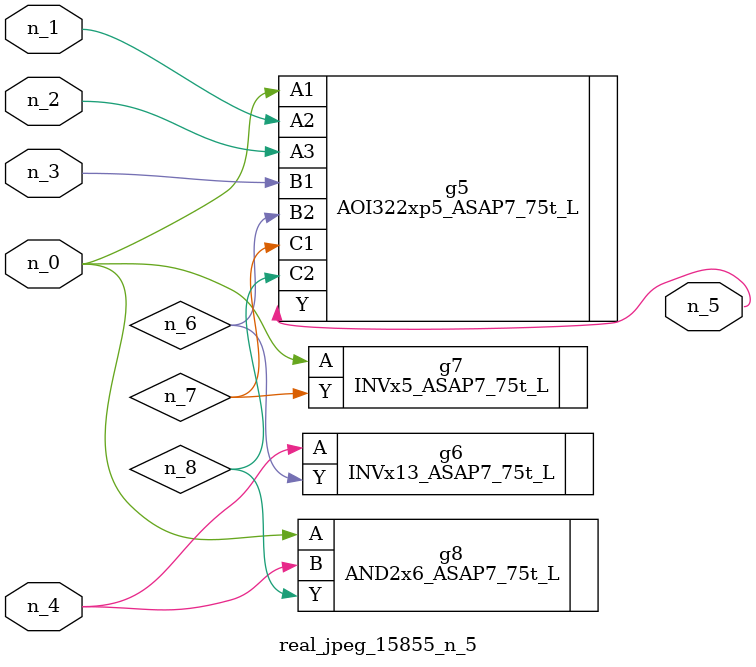
<source format=v>
module real_jpeg_15855_n_5 (n_4, n_0, n_1, n_2, n_3, n_5);

input n_4;
input n_0;
input n_1;
input n_2;
input n_3;

output n_5;

wire n_8;
wire n_6;
wire n_7;

AOI322xp5_ASAP7_75t_L g5 ( 
.A1(n_0),
.A2(n_1),
.A3(n_2),
.B1(n_3),
.B2(n_6),
.C1(n_7),
.C2(n_8),
.Y(n_5)
);

INVx5_ASAP7_75t_L g7 ( 
.A(n_0),
.Y(n_7)
);

AND2x6_ASAP7_75t_L g8 ( 
.A(n_0),
.B(n_4),
.Y(n_8)
);

INVx13_ASAP7_75t_L g6 ( 
.A(n_4),
.Y(n_6)
);


endmodule
</source>
